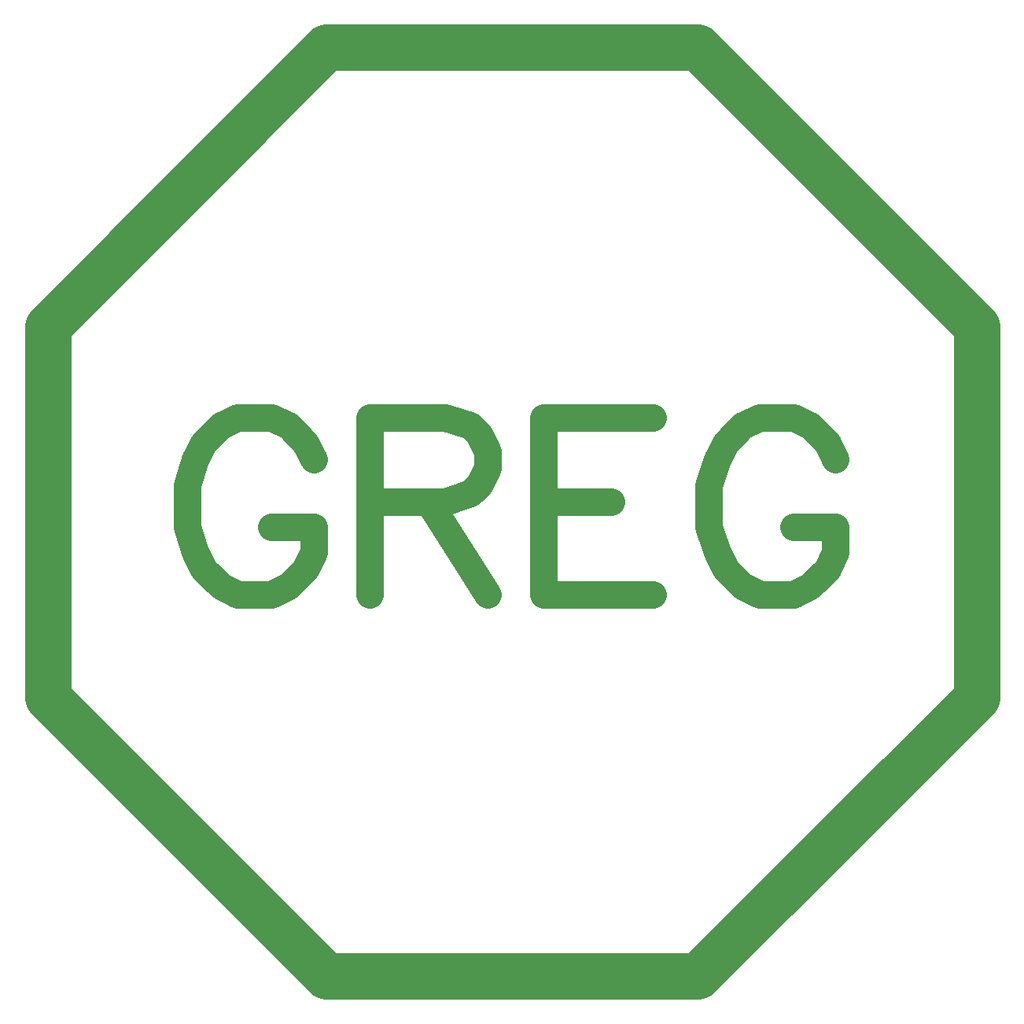
<source format=gto>
G04 Layer: TopSilkscreenLayer*
G04 EasyEDA v6.5.1, 2022-09-16 22:40:58*
G04 a67cddfb3fce44daa9051d46cbbcc19f,10*
G04 Gerber Generator version 0.2*
G04 Scale: 100 percent, Rotated: No, Reflected: No *
G04 Dimensions in millimeters *
G04 leading zeros omitted , absolute positions ,4 integer and 5 decimal *
%FSLAX45Y45*%
%MOMM*%

%ADD12C,5.0000*%
%ADD13C,3.0000*%

%LPD*%
D13*
X2863728Y5563626D02*
G01*
X2772796Y5745490D01*
X2590932Y5927354D01*
X2409068Y6018286D01*
X2045340Y6018286D01*
X1863730Y5927354D01*
X1681866Y5745490D01*
X1590934Y5563626D01*
X1500002Y5290830D01*
X1500002Y4836424D01*
X1590934Y4563628D01*
X1681866Y4381764D01*
X1863730Y4199900D01*
X2045340Y4109222D01*
X2409068Y4109222D01*
X2590932Y4199900D01*
X2772796Y4381764D01*
X2863728Y4563628D01*
X2863728Y4836424D01*
X2409068Y4836424D02*
G01*
X2863728Y4836424D01*
X3463676Y6018286D02*
G01*
X3463676Y4109222D01*
X3463676Y6018286D02*
G01*
X4281810Y6018286D01*
X4554606Y5927354D01*
X4645538Y5836422D01*
X4736470Y5654558D01*
X4736470Y5472694D01*
X4645538Y5290830D01*
X4554606Y5199898D01*
X4281810Y5109220D01*
X3463676Y5109220D01*
X4099946Y5109220D02*
G01*
X4736470Y4109222D01*
X5336418Y6018286D02*
G01*
X5336418Y4109222D01*
X5336418Y6018286D02*
G01*
X6518280Y6018286D01*
X5336418Y5109220D02*
G01*
X6063620Y5109220D01*
X5336418Y4109222D02*
G01*
X6518280Y4109222D01*
X8481700Y5563626D02*
G01*
X8391022Y5745490D01*
X8209158Y5927354D01*
X8027294Y6018286D01*
X7663566Y6018286D01*
X7481702Y5927354D01*
X7300092Y5745490D01*
X7209160Y5563626D01*
X7118228Y5290830D01*
X7118228Y4836424D01*
X7209160Y4563628D01*
X7300092Y4381764D01*
X7481702Y4199900D01*
X7663566Y4109222D01*
X8027294Y4109222D01*
X8209158Y4199900D01*
X8391022Y4381764D01*
X8481700Y4563628D01*
X8481700Y4836424D01*
X8027294Y4836424D02*
G01*
X8481700Y4836424D01*
D12*
X0Y2999994D02*
G01*
X0Y6999986D01*
X2999993Y9999979D01*
X6999986Y9999979D01*
X9999979Y6999986D01*
X9999979Y2999994D01*
X6999986Y0D01*
X2999999Y0D01*
X0Y2999994D01*
M02*

</source>
